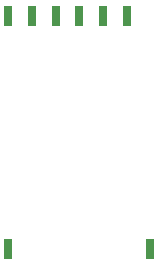
<source format=gbr>
G04 DipTrace 3.0.0.2*
G04 TopPaste.gbr*
%MOIN*%
G04 #@! TF.FileFunction,Paste,Top*
G04 #@! TF.Part,Single*
%ADD32R,0.031339X0.070709*%
%FSLAX26Y26*%
G04*
G70*
G90*
G75*
G01*
G04 TopPaste*
%LPD*%
D32*
X1247264Y550197D3*
X1089673Y1325992D3*
X1168673D3*
X774823Y550197D3*
X1011043Y1325787D3*
X932303D3*
X853563D3*
X774823D3*
M02*

</source>
